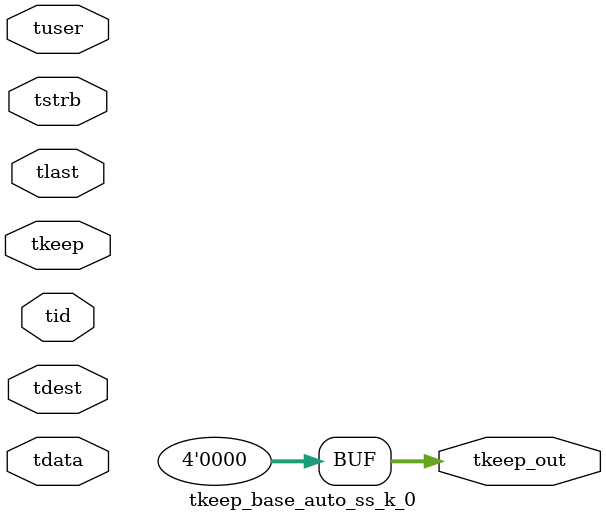
<source format=v>


`timescale 1ps/1ps

module tkeep_base_auto_ss_k_0 #
(
parameter C_S_AXIS_TDATA_WIDTH = 32,
parameter C_S_AXIS_TUSER_WIDTH = 0,
parameter C_S_AXIS_TID_WIDTH   = 0,
parameter C_S_AXIS_TDEST_WIDTH = 0,
parameter C_M_AXIS_TDATA_WIDTH = 32
)
(
input  [(C_S_AXIS_TDATA_WIDTH == 0 ? 1 : C_S_AXIS_TDATA_WIDTH)-1:0     ] tdata,
input  [(C_S_AXIS_TUSER_WIDTH == 0 ? 1 : C_S_AXIS_TUSER_WIDTH)-1:0     ] tuser,
input  [(C_S_AXIS_TID_WIDTH   == 0 ? 1 : C_S_AXIS_TID_WIDTH)-1:0       ] tid,
input  [(C_S_AXIS_TDEST_WIDTH == 0 ? 1 : C_S_AXIS_TDEST_WIDTH)-1:0     ] tdest,
input  [(C_S_AXIS_TDATA_WIDTH/8)-1:0 ] tkeep,
input  [(C_S_AXIS_TDATA_WIDTH/8)-1:0 ] tstrb,
input                                                                    tlast,
output [(C_M_AXIS_TDATA_WIDTH/8)-1:0 ] tkeep_out
);

assign tkeep_out = {1'b0};

endmodule


</source>
